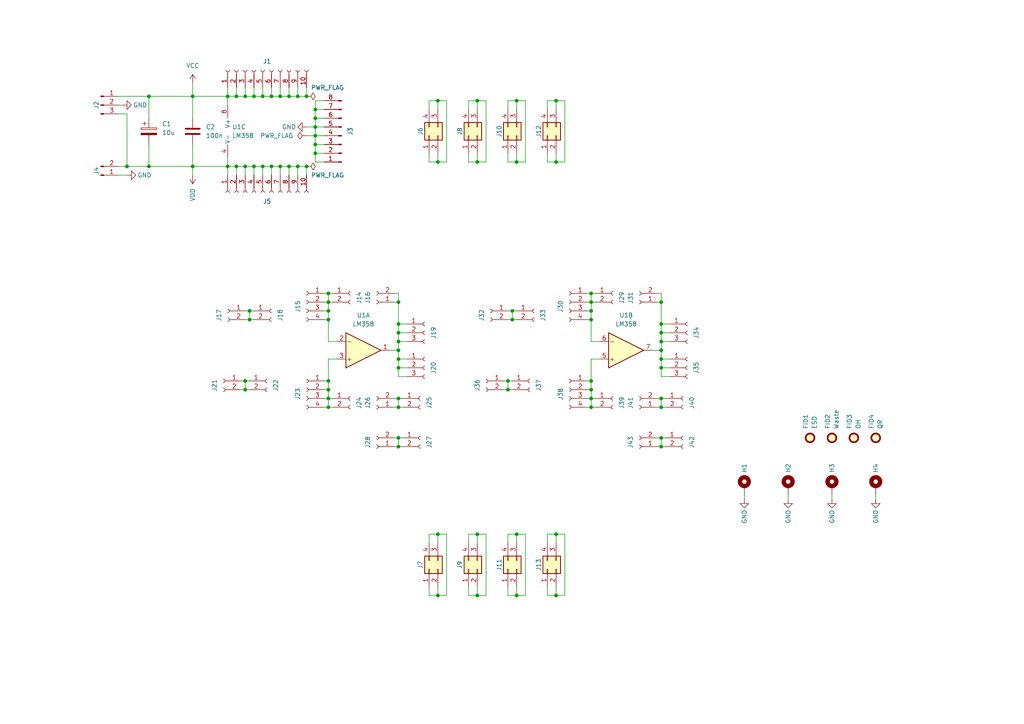
<source format=kicad_sch>
(kicad_sch (version 20230121) (generator eeschema)
  (paper "A4")
  (title_block (title "${acronym} - ${title}") (date "${date}") (rev "${revision}") (company "${company}") (comment 1 "${creator}") (comment 2 "${license}"))
  (lib_symbols
    (symbol "Amplifier_Operational:LM358" (pin_names (offset 0.127))
      (property "Reference" "U" (at 0 5.08 0))
      (property "Value" "LM358" (at 0 -5.08 0))
      (symbol "LM358_1_1"
        (polyline (pts (xy -5.08 5.08) (xy 5.08 0) (xy -5.08 -5.08) (xy -5.08 5.08)) (stroke (width 0.254)) (fill (type background)))
        (pin output line (at 7.62 0 180) (length 2.54) (name "~") (number "1"))
        (pin input line (at -7.62 -2.54 0) (length 2.54) (name "-") (number "2"))
        (pin input line (at -7.62 2.54 0) (length 2.54) (name "+") (number "3"))
      )
      (symbol "LM358_2_1"
        (polyline (pts (xy -5.08 5.08) (xy 5.08 0) (xy -5.08 -5.08) (xy -5.08 5.08)) (stroke (width 0.254)) (fill (type background)))
        (pin input line (at -7.62 2.54 0) (length 2.54) (name "+") (number "5"))
        (pin input line (at -7.62 -2.54 0) (length 2.54) (name "-") (number "6"))
        (pin output line (at 7.62 0 180) (length 2.54) (name "~") (number "7"))
      )
      (symbol "LM358_3_1"
        (pin power_in line (at -2.54 -7.62 90) (length 3.81) (name "V-") (number "4"))
        (pin power_in line (at -2.54 7.62 270) (length 3.81) (name "V+") (number "8"))
      )
    )
    (symbol "Connector:Conn_01x02_Pin" (pin_names (offset 1.016) hide)
      (property "Reference" "J" (at 0 2.54 0))
      (property "Value" "Conn_01x02_Pin" (at 0 -5.08 0))
      (symbol "Conn_01x02_Pin_1_1"
        (polyline (pts (xy 1.27 -2.54) (xy 0.8636 -2.54)) (stroke (width 0.1524)))
        (polyline (pts (xy 1.27 0) (xy 0.8636 0)) (stroke (width 0.1524)))
        (rectangle (start 0.8636 -2.413) (end 0 -2.667) (stroke (width 0.1524)) (fill (type outline)))
        (rectangle (start 0.8636 0.127) (end 0 -0.127) (stroke (width 0.1524)) (fill (type outline)))
        (pin passive line (at 5.08 0 180) (length 3.81) (name "Pin_1") (number "1"))
        (pin passive line (at 5.08 -2.54 180) (length 3.81) (name "Pin_2") (number "2"))
      )
    )
    (symbol "Connector:Conn_01x02_Socket" (pin_names (offset 1.016) hide)
      (property "Reference" "J" (at 0 2.54 0))
      (property "Value" "Conn_01x02_Socket" (at 0 -5.08 0))
      (symbol "Conn_01x02_Socket_1_1"
        (arc (start 0 -2.032) (mid -0.5058 -2.54) (end 0 -3.048) (stroke (width 0.1524)))
        (polyline (pts (xy -1.27 -2.54) (xy -0.508 -2.54)) (stroke (width 0.1524)))
        (polyline (pts (xy -1.27 0) (xy -0.508 0)) (stroke (width 0.1524)))
        (arc (start 0 0.508) (mid -0.5058 0) (end 0 -0.508) (stroke (width 0.1524)))
        (pin passive line (at -5.08 0 0) (length 3.81) (name "Pin_1") (number "1"))
        (pin passive line (at -5.08 -2.54 0) (length 3.81) (name "Pin_2") (number "2"))
      )
    )
    (symbol "Connector:Conn_01x03_Pin" (pin_names (offset 1.016) hide)
      (property "Reference" "J" (at 0 5.08 0))
      (property "Value" "Conn_01x03_Pin" (at 0 -5.08 0))
      (symbol "Conn_01x03_Pin_1_1"
        (polyline (pts (xy 1.27 -2.54) (xy 0.8636 -2.54)) (stroke (width 0.1524)))
        (polyline (pts (xy 1.27 0) (xy 0.8636 0)) (stroke (width 0.1524)))
        (polyline (pts (xy 1.27 2.54) (xy 0.8636 2.54)) (stroke (width 0.1524)))
        (rectangle (start 0.8636 -2.413) (end 0 -2.667) (stroke (width 0.1524)) (fill (type outline)))
        (rectangle (start 0.8636 0.127) (end 0 -0.127) (stroke (width 0.1524)) (fill (type outline)))
        (rectangle (start 0.8636 2.667) (end 0 2.413) (stroke (width 0.1524)) (fill (type outline)))
        (pin passive line (at 5.08 2.54 180) (length 3.81) (name "Pin_1") (number "1"))
        (pin passive line (at 5.08 0 180) (length 3.81) (name "Pin_2") (number "2"))
        (pin passive line (at 5.08 -2.54 180) (length 3.81) (name "Pin_3") (number "3"))
      )
    )
    (symbol "Connector:Conn_01x03_Socket" (pin_names (offset 1.016) hide)
      (property "Reference" "J" (at 0 5.08 0))
      (property "Value" "Conn_01x03_Socket" (at 0 -5.08 0))
      (symbol "Conn_01x03_Socket_1_1"
        (arc (start 0 -2.032) (mid -0.5058 -2.54) (end 0 -3.048) (stroke (width 0.1524)))
        (polyline (pts (xy -1.27 -2.54) (xy -0.508 -2.54)) (stroke (width 0.1524)))
        (polyline (pts (xy -1.27 0) (xy -0.508 0)) (stroke (width 0.1524)))
        (polyline (pts (xy -1.27 2.54) (xy -0.508 2.54)) (stroke (width 0.1524)))
        (arc (start 0 0.508) (mid -0.5058 0) (end 0 -0.508) (stroke (width 0.1524)))
        (arc (start 0 3.048) (mid -0.5058 2.54) (end 0 2.032) (stroke (width 0.1524)))
        (pin passive line (at -5.08 2.54 0) (length 3.81) (name "Pin_1") (number "1"))
        (pin passive line (at -5.08 0 0) (length 3.81) (name "Pin_2") (number "2"))
        (pin passive line (at -5.08 -2.54 0) (length 3.81) (name "Pin_3") (number "3"))
      )
    )
    (symbol "Connector:Conn_01x04_Socket" (pin_names (offset 1.016) hide)
      (property "Reference" "J" (at 0 5.08 0))
      (property "Value" "Conn_01x04_Socket" (at 0 -7.62 0))
      (symbol "Conn_01x04_Socket_1_1"
        (arc (start 0 -4.572) (mid -0.5058 -5.08) (end 0 -5.588) (stroke (width 0.1524)))
        (arc (start 0 -2.032) (mid -0.5058 -2.54) (end 0 -3.048) (stroke (width 0.1524)))
        (polyline (pts (xy -1.27 -5.08) (xy -0.508 -5.08)) (stroke (width 0.1524)))
        (polyline (pts (xy -1.27 -2.54) (xy -0.508 -2.54)) (stroke (width 0.1524)))
        (polyline (pts (xy -1.27 0) (xy -0.508 0)) (stroke (width 0.1524)))
        (polyline (pts (xy -1.27 2.54) (xy -0.508 2.54)) (stroke (width 0.1524)))
        (arc (start 0 0.508) (mid -0.5058 0) (end 0 -0.508) (stroke (width 0.1524)))
        (arc (start 0 3.048) (mid -0.5058 2.54) (end 0 2.032) (stroke (width 0.1524)))
        (pin passive line (at -5.08 2.54 0) (length 3.81) (name "Pin_1") (number "1"))
        (pin passive line (at -5.08 0 0) (length 3.81) (name "Pin_2") (number "2"))
        (pin passive line (at -5.08 -2.54 0) (length 3.81) (name "Pin_3") (number "3"))
        (pin passive line (at -5.08 -5.08 0) (length 3.81) (name "Pin_4") (number "4"))
      )
    )
    (symbol "Connector:Conn_01x08_Pin" (pin_names (offset 1.016) hide)
      (property "Reference" "J" (at 0 10.16 0))
      (property "Value" "Conn_01x08_Pin" (at 0 -12.7 0))
      (symbol "Conn_01x08_Pin_1_1"
        (polyline (pts (xy 1.27 -10.16) (xy 0.8636 -10.16)) (stroke (width 0.1524)))
        (polyline (pts (xy 1.27 -7.62) (xy 0.8636 -7.62)) (stroke (width 0.1524)))
        (polyline (pts (xy 1.27 -5.08) (xy 0.8636 -5.08)) (stroke (width 0.1524)))
        (polyline (pts (xy 1.27 -2.54) (xy 0.8636 -2.54)) (stroke (width 0.1524)))
        (polyline (pts (xy 1.27 0) (xy 0.8636 0)) (stroke (width 0.1524)))
        (polyline (pts (xy 1.27 2.54) (xy 0.8636 2.54)) (stroke (width 0.1524)))
        (polyline (pts (xy 1.27 5.08) (xy 0.8636 5.08)) (stroke (width 0.1524)))
        (polyline (pts (xy 1.27 7.62) (xy 0.8636 7.62)) (stroke (width 0.1524)))
        (rectangle (start 0.8636 -10.033) (end 0 -10.287) (stroke (width 0.1524)) (fill (type outline)))
        (rectangle (start 0.8636 -7.493) (end 0 -7.747) (stroke (width 0.1524)) (fill (type outline)))
        (rectangle (start 0.8636 -4.953) (end 0 -5.207) (stroke (width 0.1524)) (fill (type outline)))
        (rectangle (start 0.8636 -2.413) (end 0 -2.667) (stroke (width 0.1524)) (fill (type outline)))
        (rectangle (start 0.8636 0.127) (end 0 -0.127) (stroke (width 0.1524)) (fill (type outline)))
        (rectangle (start 0.8636 2.667) (end 0 2.413) (stroke (width 0.1524)) (fill (type outline)))
        (rectangle (start 0.8636 5.207) (end 0 4.953) (stroke (width 0.1524)) (fill (type outline)))
        (rectangle (start 0.8636 7.747) (end 0 7.493) (stroke (width 0.1524)) (fill (type outline)))
        (pin passive line (at 5.08 7.62 180) (length 3.81) (name "Pin_1") (number "1"))
        (pin passive line (at 5.08 5.08 180) (length 3.81) (name "Pin_2") (number "2"))
        (pin passive line (at 5.08 2.54 180) (length 3.81) (name "Pin_3") (number "3"))
        (pin passive line (at 5.08 0 180) (length 3.81) (name "Pin_4") (number "4"))
        (pin passive line (at 5.08 -2.54 180) (length 3.81) (name "Pin_5") (number "5"))
        (pin passive line (at 5.08 -5.08 180) (length 3.81) (name "Pin_6") (number "6"))
        (pin passive line (at 5.08 -7.62 180) (length 3.81) (name "Pin_7") (number "7"))
        (pin passive line (at 5.08 -10.16 180) (length 3.81) (name "Pin_8") (number "8"))
      )
    )
    (symbol "Connector:Conn_01x10_Socket" (pin_names (offset 1.016) hide)
      (property "Reference" "J" (at 0 12.7 0))
      (property "Value" "Conn_01x10_Socket" (at 0 -15.24 0))
      (symbol "Conn_01x10_Socket_1_1"
        (arc (start 0 -12.192) (mid -0.5058 -12.7) (end 0 -13.208) (stroke (width 0.1524)))
        (arc (start 0 -9.652) (mid -0.5058 -10.16) (end 0 -10.668) (stroke (width 0.1524)))
        (arc (start 0 -7.112) (mid -0.5058 -7.62) (end 0 -8.128) (stroke (width 0.1524)))
        (arc (start 0 -4.572) (mid -0.5058 -5.08) (end 0 -5.588) (stroke (width 0.1524)))
        (arc (start 0 -2.032) (mid -0.5058 -2.54) (end 0 -3.048) (stroke (width 0.1524)))
        (polyline (pts (xy -1.27 -12.7) (xy -0.508 -12.7)) (stroke (width 0.1524)))
        (polyline (pts (xy -1.27 -10.16) (xy -0.508 -10.16)) (stroke (width 0.1524)))
        (polyline (pts (xy -1.27 -7.62) (xy -0.508 -7.62)) (stroke (width 0.1524)))
        (polyline (pts (xy -1.27 -5.08) (xy -0.508 -5.08)) (stroke (width 0.1524)))
        (polyline (pts (xy -1.27 -2.54) (xy -0.508 -2.54)) (stroke (width 0.1524)))
        (polyline (pts (xy -1.27 0) (xy -0.508 0)) (stroke (width 0.1524)))
        (polyline (pts (xy -1.27 2.54) (xy -0.508 2.54)) (stroke (width 0.1524)))
        (polyline (pts (xy -1.27 5.08) (xy -0.508 5.08)) (stroke (width 0.1524)))
        (polyline (pts (xy -1.27 7.62) (xy -0.508 7.62)) (stroke (width 0.1524)))
        (polyline (pts (xy -1.27 10.16) (xy -0.508 10.16)) (stroke (width 0.1524)))
        (arc (start 0 0.508) (mid -0.5058 0) (end 0 -0.508) (stroke (width 0.1524)))
        (arc (start 0 3.048) (mid -0.5058 2.54) (end 0 2.032) (stroke (width 0.1524)))
        (arc (start 0 5.588) (mid -0.5058 5.08) (end 0 4.572) (stroke (width 0.1524)))
        (arc (start 0 8.128) (mid -0.5058 7.62) (end 0 7.112) (stroke (width 0.1524)))
        (arc (start 0 10.668) (mid -0.5058 10.16) (end 0 9.652) (stroke (width 0.1524)))
        (pin passive line (at -5.08 10.16 0) (length 3.81) (name "Pin_1") (number "1"))
        (pin passive line (at -5.08 -12.7 0) (length 3.81) (name "Pin_10") (number "10"))
        (pin passive line (at -5.08 7.62 0) (length 3.81) (name "Pin_2") (number "2"))
        (pin passive line (at -5.08 5.08 0) (length 3.81) (name "Pin_3") (number "3"))
        (pin passive line (at -5.08 2.54 0) (length 3.81) (name "Pin_4") (number "4"))
        (pin passive line (at -5.08 0 0) (length 3.81) (name "Pin_5") (number "5"))
        (pin passive line (at -5.08 -2.54 0) (length 3.81) (name "Pin_6") (number "6"))
        (pin passive line (at -5.08 -5.08 0) (length 3.81) (name "Pin_7") (number "7"))
        (pin passive line (at -5.08 -7.62 0) (length 3.81) (name "Pin_8") (number "8"))
        (pin passive line (at -5.08 -10.16 0) (length 3.81) (name "Pin_9") (number "9"))
      )
    )
    (symbol "Connector_Generic:Conn_02x02_Counter_Clockwise" (pin_names (offset 1.016) hide)
      (property "Reference" "J" (at 1.27 2.54 0))
      (property "Value" "Conn_02x02_Counter_Clockwise" (at 1.27 -5.08 0))
      (symbol "Conn_02x02_Counter_Clockwise_1_1"
        (rectangle (start -1.27 -2.413) (end 0 -2.667) (stroke (width 0.1524)))
        (rectangle (start -1.27 0.127) (end 0 -0.127) (stroke (width 0.1524)))
        (rectangle (start -1.27 1.27) (end 3.81 -3.81) (stroke (width 0.254)) (fill (type background)))
        (rectangle (start 3.81 -2.413) (end 2.54 -2.667) (stroke (width 0.1524)))
        (rectangle (start 3.81 0.127) (end 2.54 -0.127) (stroke (width 0.1524)))
        (pin passive line (at -5.08 0 0) (length 3.81) (name "Pin_1") (number "1"))
        (pin passive line (at -5.08 -2.54 0) (length 3.81) (name "Pin_2") (number "2"))
        (pin passive line (at 7.62 -2.54 180) (length 3.81) (name "Pin_3") (number "3"))
        (pin passive line (at 7.62 0 180) (length 3.81) (name "Pin_4") (number "4"))
      )
    )
    (symbol "Device:C" (pin_numbers hide) (pin_names (offset 0.254))
      (property "Reference" "C" (at 0.635 2.54 0))
      (property "Value" "C" (at 0.635 -2.54 0))
      (symbol "C_0_1"
        (polyline (pts (xy -2.032 -0.762) (xy 2.032 -0.762)) (stroke (width 0.508)))
        (polyline (pts (xy -2.032 0.762) (xy 2.032 0.762)) (stroke (width 0.508)))
      )
      (symbol "C_1_1"
        (pin passive line (at 0 3.81 270) (length 2.794) (name "~") (number "1"))
        (pin passive line (at 0 -3.81 90) (length 2.794) (name "~") (number "2"))
      )
    )
    (symbol "Device:C_Polarized" (pin_numbers hide) (pin_names (offset 0.254))
      (property "Reference" "C" (at 0.635 2.54 0))
      (property "Value" "C_Polarized" (at 0.635 -2.54 0))
      (symbol "C_Polarized_0_1"
        (rectangle (start -2.286 0.508) (end 2.286 1.016))
        (polyline (pts (xy -1.778 2.286) (xy -0.762 2.286)))
        (polyline (pts (xy -1.27 2.794) (xy -1.27 1.778)))
        (rectangle (start 2.286 -0.508) (end -2.286 -1.016) (fill (type outline)))
      )
      (symbol "C_Polarized_1_1"
        (pin passive line (at 0 3.81 270) (length 2.794) (name "~") (number "1"))
        (pin passive line (at 0 -3.81 90) (length 2.794) (name "~") (number "2"))
      )
    )
    (symbol "Mechanical:Fiducial"
      (property "Reference" "FID" (at 0 5.08 0))
      (property "Value" "Fiducial" (at 0 3.175 0))
      (symbol "Fiducial_0_1"
        (circle (center 0 0) (radius 1.27) (stroke (width 0.508)) (fill (type background)))
      )
    )
    (symbol "Mechanical:MountingHole_Pad" (pin_numbers hide) (pin_names (offset 1.016) hide)
      (property "Reference" "H" (at 0 6.35 0))
      (property "Value" "MountingHole_Pad" (at 0 4.445 0))
      (symbol "MountingHole_Pad_0_1"
        (circle (center 0 1.27) (radius 1.27) (stroke (width 1.27)))
      )
      (symbol "MountingHole_Pad_1_1"
        (pin input line (at 0 -2.54 90) (length 2.54) (name "1") (number "1"))
      )
    )
    (symbol "power:GND" (power) (pin_names (offset 0))
      (property "Value" "GND" (at 0 -3.81 0))
      (symbol "GND_0_1"
        (polyline (pts (xy 0 0) (xy 0 -1.27) (xy 1.27 -1.27) (xy 0 -2.54) (xy -1.27 -1.27) (xy 0 -1.27)))
      )
      (symbol "GND_1_1"
        (pin power_in line (at 0 0 270) (length 0) hide (name "GND") (number "1"))
      )
    )
    (symbol "power:PWR_FLAG" (power) (pin_numbers hide) (pin_names (offset 0) hide)
      (property "Value" "PWR_FLAG" (at 0 3.81 0))
      (symbol "PWR_FLAG_0_0"
        (pin power_out line (at 0 0 90) (length 0) (name "pwr") (number "1"))
      )
      (symbol "PWR_FLAG_0_1"
        (polyline (pts (xy 0 0) (xy 0 1.27) (xy -1.016 1.905) (xy 0 2.54) (xy 1.016 1.905) (xy 0 1.27)))
      )
    )
    (symbol "power:VCC" (power) (pin_names (offset 0))
      (property "Value" "VCC" (at 0 3.81 0))
      (symbol "VCC_0_1"
        (polyline (pts (xy -0.762 1.27) (xy 0 2.54)))
        (polyline (pts (xy 0 0) (xy 0 2.54)))
        (polyline (pts (xy 0 2.54) (xy 0.762 1.27)))
      )
      (symbol "VCC_1_1"
        (pin power_in line (at 0 0 90) (length 0) hide (name "VCC") (number "1"))
      )
    )
    (symbol "power:VDD" (power) (pin_names (offset 0))
      (property "Value" "VDD" (at 0 3.81 0))
      (symbol "VDD_0_1"
        (polyline (pts (xy -0.762 1.27) (xy 0 2.54)))
        (polyline (pts (xy 0 0) (xy 0 2.54)))
        (polyline (pts (xy 0 2.54) (xy 0.762 1.27)))
      )
      (symbol "VDD_1_1"
        (pin power_in line (at 0 0 90) (length 0) hide (name "VDD") (number "1"))
      )
    )
  )
  (junction (at 115.57 104.14))
  (junction (at 81.28 48.26))
  (junction (at 88.9 48.26))
  (junction (at 127 154.94))
  (junction (at 78.74 48.26))
  (junction (at 91.44 31.75))
  (junction (at 148.59 92.71))
  (junction (at 83.82 48.26))
  (junction (at 191.77 129.54))
  (junction (at 171.45 85.09))
  (junction (at 171.45 113.03))
  (junction (at 83.82 27.94))
  (junction (at 71.12 110.49))
  (junction (at 171.45 90.17))
  (junction (at 115.57 101.6))
  (junction (at 43.18 27.94))
  (junction (at 55.88 27.94))
  (junction (at 191.77 115.57))
  (junction (at 115.57 99.06))
  (junction (at 115.57 115.57))
  (junction (at 71.12 27.94))
  (junction (at 138.43 46.99))
  (junction (at 161.29 154.94))
  (junction (at 191.77 106.68))
  (junction (at 171.45 115.57))
  (junction (at 127 46.99))
  (junction (at 149.86 172.72))
  (junction (at 68.58 48.26))
  (junction (at 91.44 36.83))
  (junction (at 115.57 87.63))
  (junction (at 171.45 87.63))
  (junction (at 43.18 48.26))
  (junction (at 149.86 29.21))
  (junction (at 66.04 48.26))
  (junction (at 127 172.72))
  (junction (at 191.77 93.98))
  (junction (at 71.12 113.03))
  (junction (at 149.86 46.99))
  (junction (at 86.36 27.94))
  (junction (at 191.77 127))
  (junction (at 138.43 172.72))
  (junction (at 95.25 115.57))
  (junction (at 76.2 48.26))
  (junction (at 147.32 113.03))
  (junction (at 115.57 93.98))
  (junction (at 72.39 92.71))
  (junction (at 95.25 118.11))
  (junction (at 91.44 39.37))
  (junction (at 171.45 110.49))
  (junction (at 95.25 87.63))
  (junction (at 88.9 27.94))
  (junction (at 171.45 92.71))
  (junction (at 115.57 127))
  (junction (at 36.83 48.26))
  (junction (at 91.44 44.45))
  (junction (at 191.77 99.06))
  (junction (at 81.28 27.94))
  (junction (at 95.25 113.03))
  (junction (at 191.77 101.6))
  (junction (at 161.29 46.99))
  (junction (at 148.59 90.17))
  (junction (at 115.57 96.52))
  (junction (at 191.77 87.63))
  (junction (at 91.44 34.29))
  (junction (at 115.57 106.68))
  (junction (at 161.29 172.72))
  (junction (at 95.25 110.49))
  (junction (at 95.25 85.09))
  (junction (at 73.66 48.26))
  (junction (at 127 29.21))
  (junction (at 95.25 90.17))
  (junction (at 76.2 27.94))
  (junction (at 115.57 118.11))
  (junction (at 71.12 48.26))
  (junction (at 115.57 129.54))
  (junction (at 147.32 110.49))
  (junction (at 55.88 48.26))
  (junction (at 68.58 27.94))
  (junction (at 78.74 27.94))
  (junction (at 72.39 90.17))
  (junction (at 191.77 118.11))
  (junction (at 91.44 41.91))
  (junction (at 138.43 154.94))
  (junction (at 149.86 154.94))
  (junction (at 73.66 27.94))
  (junction (at 171.45 118.11))
  (junction (at 161.29 29.21))
  (junction (at 191.77 96.52))
  (junction (at 66.04 27.94))
  (junction (at 95.25 92.71))
  (junction (at 191.77 104.14))
  (junction (at 86.36 48.26))
  (junction (at 138.43 29.21))
  (wire (pts (xy 170.18 118.11) (xy 171.45 118.11)))
  (wire (pts (xy 93.98 115.57) (xy 95.25 115.57)))
  (wire (pts (xy 191.77 106.68) (xy 191.77 109.22)))
  (wire (pts (xy 158.75 46.99) (xy 158.75 44.45)))
  (wire (pts (xy 115.57 96.52) (xy 118.11 96.52)))
  (wire (pts (xy 71.12 110.49) (xy 71.12 113.03)))
  (wire (pts (xy 115.57 99.06) (xy 115.57 101.6)))
  (wire (pts (xy 95.25 85.09) (xy 96.52 85.09)))
  (wire (pts (xy 66.04 48.26) (xy 55.88 48.26)))
  (wire (pts (xy 191.77 99.06) (xy 191.77 101.6)))
  (wire (pts (xy 91.44 34.29) (xy 93.98 34.29)))
  (wire (pts (xy 135.89 157.48) (xy 135.89 154.94)))
  (wire (pts (xy 115.57 104.14) (xy 118.11 104.14)))
  (wire (pts (xy 171.45 118.11) (xy 172.72 118.11)))
  (wire (pts (xy 95.25 90.17) (xy 95.25 92.71)))
  (wire (pts (xy 66.04 27.94) (xy 68.58 27.94)))
  (wire (pts (xy 124.46 29.21) (xy 127 29.21)))
  (wire (pts (xy 93.98 110.49) (xy 95.25 110.49)))
  (wire (pts (xy 170.18 110.49) (xy 171.45 110.49)))
  (wire (pts (xy 55.88 24.13) (xy 55.88 27.94)))
  (wire (pts (xy 241.3 144.78) (xy 241.3 143.51)))
  (wire (pts (xy 93.98 85.09) (xy 95.25 85.09)))
  (wire (pts (xy 161.29 31.75) (xy 161.29 29.21)))
  (wire (pts (xy 191.77 99.06) (xy 194.31 99.06)))
  (wire (pts (xy 95.25 110.49) (xy 95.25 113.03)))
  (wire (pts (xy 147.32 172.72) (xy 147.32 170.18)))
  (wire (pts (xy 127 46.99) (xy 129.54 46.99)))
  (wire (pts (xy 71.12 113.03) (xy 72.39 113.03)))
  (wire (pts (xy 129.54 172.72) (xy 129.54 154.94)))
  (wire (pts (xy 86.36 25.4) (xy 86.36 27.94)))
  (wire (pts (xy 190.5 127) (xy 191.77 127)))
  (wire (pts (xy 161.29 46.99) (xy 163.83 46.99)))
  (wire (pts (xy 72.39 92.71) (xy 73.66 92.71)))
  (wire (pts (xy 91.44 31.75) (xy 91.44 29.21)))
  (wire (pts (xy 73.66 27.94) (xy 76.2 27.94)))
  (wire (pts (xy 34.29 48.26) (xy 36.83 48.26)))
  (wire (pts (xy 88.9 25.4) (xy 88.9 27.94)))
  (wire (pts (xy 95.25 85.09) (xy 95.25 87.63)))
  (wire (pts (xy 76.2 25.4) (xy 76.2 27.94)))
  (wire (pts (xy 147.32 92.71) (xy 148.59 92.71)))
  (wire (pts (xy 127 154.94) (xy 129.54 154.94)))
  (wire (pts (xy 72.39 90.17) (xy 73.66 90.17)))
  (wire (pts (xy 71.12 27.94) (xy 73.66 27.94)))
  (wire (pts (xy 171.45 113.03) (xy 171.45 115.57)))
  (wire (pts (xy 149.86 154.94) (xy 152.4 154.94)))
  (wire (pts (xy 140.97 172.72) (xy 140.97 154.94)))
  (wire (pts (xy 66.04 25.4) (xy 66.04 27.94)))
  (wire (pts (xy 114.3 85.09) (xy 115.57 85.09)))
  (wire (pts (xy 95.25 113.03) (xy 95.25 115.57)))
  (wire (pts (xy 148.59 90.17) (xy 149.86 90.17)))
  (wire (pts (xy 171.45 90.17) (xy 171.45 92.71)))
  (wire (pts (xy 115.57 129.54) (xy 115.57 127)))
  (wire (pts (xy 34.29 30.48) (xy 35.56 30.48)))
  (wire (pts (xy 148.59 90.17) (xy 148.59 92.71)))
  (wire (pts (xy 170.18 115.57) (xy 171.45 115.57)))
  (wire (pts (xy 149.86 29.21) (xy 152.4 29.21)))
  (wire (pts (xy 161.29 46.99) (xy 161.29 44.45)))
  (wire (pts (xy 191.77 118.11) (xy 191.77 115.57)))
  (wire (pts (xy 71.12 48.26) (xy 71.12 50.8)))
  (wire (pts (xy 189.23 101.6) (xy 191.77 101.6)))
  (wire (pts (xy 81.28 48.26) (xy 83.82 48.26)))
  (wire (pts (xy 78.74 48.26) (xy 81.28 48.26)))
  (wire (pts (xy 93.98 87.63) (xy 95.25 87.63)))
  (wire (pts (xy 113.03 101.6) (xy 115.57 101.6)))
  (wire (pts (xy 83.82 27.94) (xy 86.36 27.94)))
  (wire (pts (xy 115.57 106.68) (xy 115.57 109.22)))
  (wire (pts (xy 91.44 39.37) (xy 93.98 39.37)))
  (wire (pts (xy 81.28 48.26) (xy 81.28 50.8)))
  (wire (pts (xy 158.75 154.94) (xy 161.29 154.94)))
  (wire (pts (xy 78.74 27.94) (xy 81.28 27.94)))
  (wire (pts (xy 147.32 172.72) (xy 149.86 172.72)))
  (wire (pts (xy 161.29 29.21) (xy 163.83 29.21)))
  (wire (pts (xy 124.46 46.99) (xy 127 46.99)))
  (wire (pts (xy 66.04 45.72) (xy 66.04 48.26)))
  (wire (pts (xy 91.44 31.75) (xy 93.98 31.75)))
  (wire (pts (xy 171.45 115.57) (xy 172.72 115.57)))
  (wire (pts (xy 71.12 110.49) (xy 72.39 110.49)))
  (wire (pts (xy 158.75 157.48) (xy 158.75 154.94)))
  (wire (pts (xy 66.04 48.26) (xy 66.04 50.8)))
  (wire (pts (xy 191.77 96.52) (xy 191.77 99.06)))
  (wire (pts (xy 95.25 115.57) (xy 96.52 115.57)))
  (wire (pts (xy 254 144.78) (xy 254 143.51)))
  (wire (pts (xy 91.44 34.29) (xy 91.44 31.75)))
  (wire (pts (xy 147.32 113.03) (xy 148.59 113.03)))
  (wire (pts (xy 146.05 110.49) (xy 147.32 110.49)))
  (wire (pts (xy 190.5 129.54) (xy 191.77 129.54)))
  (wire (pts (xy 158.75 46.99) (xy 161.29 46.99)))
  (wire (pts (xy 127 29.21) (xy 129.54 29.21)))
  (wire (pts (xy 91.44 44.45) (xy 93.98 44.45)))
  (wire (pts (xy 115.57 85.09) (xy 115.57 87.63)))
  (wire (pts (xy 81.28 25.4) (xy 81.28 27.94)))
  (wire (pts (xy 147.32 110.49) (xy 147.32 113.03)))
  (wire (pts (xy 68.58 48.26) (xy 71.12 48.26)))
  (wire (pts (xy 66.04 27.94) (xy 66.04 30.48)))
  (wire (pts (xy 73.66 25.4) (xy 73.66 27.94)))
  (wire (pts (xy 114.3 127) (xy 115.57 127)))
  (wire (pts (xy 115.57 104.14) (xy 115.57 106.68)))
  (wire (pts (xy 129.54 46.99) (xy 129.54 29.21)))
  (wire (pts (xy 73.66 48.26) (xy 76.2 48.26)))
  (wire (pts (xy 115.57 109.22) (xy 118.11 109.22)))
  (wire (pts (xy 140.97 46.99) (xy 140.97 29.21)))
  (wire (pts (xy 73.66 48.26) (xy 73.66 50.8)))
  (wire (pts (xy 191.77 93.98) (xy 194.31 93.98)))
  (wire (pts (xy 115.57 127) (xy 116.84 127)))
  (wire (pts (xy 135.89 29.21) (xy 138.43 29.21)))
  (wire (pts (xy 161.29 172.72) (xy 163.83 172.72)))
  (wire (pts (xy 91.44 36.83) (xy 91.44 34.29)))
  (wire (pts (xy 147.32 154.94) (xy 149.86 154.94)))
  (wire (pts (xy 68.58 25.4) (xy 68.58 27.94)))
  (wire (pts (xy 163.83 46.99) (xy 163.83 29.21)))
  (wire (pts (xy 163.83 172.72) (xy 163.83 154.94)))
  (wire (pts (xy 71.12 48.26) (xy 73.66 48.26)))
  (wire (pts (xy 190.5 85.09) (xy 191.77 85.09)))
  (wire (pts (xy 135.89 46.99) (xy 138.43 46.99)))
  (wire (pts (xy 191.77 129.54) (xy 193.04 129.54)))
  (wire (pts (xy 138.43 46.99) (xy 140.97 46.99)))
  (wire (pts (xy 115.57 118.11) (xy 116.84 118.11)))
  (wire (pts (xy 138.43 29.21) (xy 140.97 29.21)))
  (wire (pts (xy 68.58 48.26) (xy 68.58 50.8)))
  (wire (pts (xy 86.36 27.94) (xy 88.9 27.94)))
  (wire (pts (xy 124.46 31.75) (xy 124.46 29.21)))
  (wire (pts (xy 147.32 31.75) (xy 147.32 29.21)))
  (wire (pts (xy 190.5 87.63) (xy 191.77 87.63)))
  (wire (pts (xy 191.77 127) (xy 193.04 127)))
  (wire (pts (xy 138.43 154.94) (xy 140.97 154.94)))
  (wire (pts (xy 147.32 157.48) (xy 147.32 154.94)))
  (wire (pts (xy 158.75 172.72) (xy 158.75 170.18)))
  (wire (pts (xy 115.57 87.63) (xy 115.57 93.98)))
  (wire (pts (xy 95.25 92.71) (xy 95.25 99.06)))
  (wire (pts (xy 71.12 92.71) (xy 72.39 92.71)))
  (wire (pts (xy 149.86 172.72) (xy 152.4 172.72)))
  (wire (pts (xy 138.43 31.75) (xy 138.43 29.21)))
  (wire (pts (xy 43.18 41.91) (xy 43.18 48.26)))
  (wire (pts (xy 191.77 115.57) (xy 193.04 115.57)))
  (wire (pts (xy 161.29 172.72) (xy 161.29 170.18)))
  (wire (pts (xy 171.45 85.09) (xy 171.45 87.63)))
  (wire (pts (xy 146.05 113.03) (xy 147.32 113.03)))
  (wire (pts (xy 43.18 27.94) (xy 43.18 34.29)))
  (wire (pts (xy 149.86 157.48) (xy 149.86 154.94)))
  (wire (pts (xy 127 46.99) (xy 127 44.45)))
  (wire (pts (xy 215.9 144.78) (xy 215.9 143.51)))
  (wire (pts (xy 147.32 46.99) (xy 149.86 46.99)))
  (wire (pts (xy 69.85 110.49) (xy 71.12 110.49)))
  (wire (pts (xy 191.77 104.14) (xy 191.77 106.68)))
  (wire (pts (xy 43.18 27.94) (xy 55.88 27.94)))
  (wire (pts (xy 34.29 50.8) (xy 36.83 50.8)))
  (wire (pts (xy 71.12 90.17) (xy 72.39 90.17)))
  (wire (pts (xy 95.25 87.63) (xy 95.25 90.17)))
  (wire (pts (xy 147.32 110.49) (xy 148.59 110.49)))
  (wire (pts (xy 135.89 31.75) (xy 135.89 29.21)))
  (wire (pts (xy 83.82 48.26) (xy 83.82 50.8)))
  (wire (pts (xy 93.98 118.11) (xy 95.25 118.11)))
  (wire (pts (xy 71.12 25.4) (xy 71.12 27.94)))
  (wire (pts (xy 115.57 118.11) (xy 115.57 115.57)))
  (wire (pts (xy 127 172.72) (xy 129.54 172.72)))
  (wire (pts (xy 152.4 46.99) (xy 152.4 29.21)))
  (wire (pts (xy 158.75 31.75) (xy 158.75 29.21)))
  (wire (pts (xy 115.57 96.52) (xy 115.57 99.06)))
  (wire (pts (xy 124.46 46.99) (xy 124.46 44.45)))
  (wire (pts (xy 76.2 48.26) (xy 78.74 48.26)))
  (wire (pts (xy 135.89 172.72) (xy 138.43 172.72)))
  (wire (pts (xy 66.04 27.94) (xy 55.88 27.94)))
  (wire (pts (xy 191.77 104.14) (xy 194.31 104.14)))
  (wire (pts (xy 191.77 85.09) (xy 191.77 87.63)))
  (wire (pts (xy 158.75 29.21) (xy 161.29 29.21)))
  (wire (pts (xy 72.39 90.17) (xy 72.39 92.71)))
  (wire (pts (xy 127 31.75) (xy 127 29.21)))
  (wire (pts (xy 171.45 87.63) (xy 172.72 87.63)))
  (wire (pts (xy 147.32 29.21) (xy 149.86 29.21)))
  (wire (pts (xy 191.77 129.54) (xy 191.77 127)))
  (wire (pts (xy 149.86 46.99) (xy 149.86 44.45)))
  (wire (pts (xy 138.43 172.72) (xy 140.97 172.72)))
  (wire (pts (xy 114.3 129.54) (xy 115.57 129.54)))
  (wire (pts (xy 138.43 157.48) (xy 138.43 154.94)))
  (wire (pts (xy 152.4 172.72) (xy 152.4 154.94)))
  (wire (pts (xy 115.57 115.57) (xy 116.84 115.57)))
  (wire (pts (xy 81.28 27.94) (xy 83.82 27.94)))
  (wire (pts (xy 114.3 115.57) (xy 115.57 115.57)))
  (wire (pts (xy 88.9 36.83) (xy 91.44 36.83)))
  (wire (pts (xy 161.29 157.48) (xy 161.29 154.94)))
  (wire (pts (xy 93.98 92.71) (xy 95.25 92.71)))
  (wire (pts (xy 34.29 33.02) (xy 36.83 33.02)))
  (wire (pts (xy 171.45 110.49) (xy 171.45 113.03)))
  (wire (pts (xy 124.46 157.48) (xy 124.46 154.94)))
  (wire (pts (xy 171.45 92.71) (xy 171.45 99.06)))
  (wire (pts (xy 191.77 93.98) (xy 191.77 96.52)))
  (wire (pts (xy 55.88 41.91) (xy 55.88 48.26)))
  (wire (pts (xy 115.57 106.68) (xy 118.11 106.68)))
  (wire (pts (xy 91.44 39.37) (xy 91.44 36.83)))
  (wire (pts (xy 138.43 46.99) (xy 138.43 44.45)))
  (wire (pts (xy 127 157.48) (xy 127 154.94)))
  (wire (pts (xy 78.74 25.4) (xy 78.74 27.94)))
  (wire (pts (xy 191.77 109.22) (xy 194.31 109.22)))
  (wire (pts (xy 55.88 27.94) (xy 55.88 34.29)))
  (wire (pts (xy 147.32 46.99) (xy 147.32 44.45)))
  (wire (pts (xy 161.29 154.94) (xy 163.83 154.94)))
  (wire (pts (xy 135.89 154.94) (xy 138.43 154.94)))
  (wire (pts (xy 34.29 27.94) (xy 43.18 27.94)))
  (wire (pts (xy 149.86 172.72) (xy 149.86 170.18)))
  (wire (pts (xy 191.77 106.68) (xy 194.31 106.68)))
  (wire (pts (xy 124.46 154.94) (xy 127 154.94)))
  (wire (pts (xy 170.18 90.17) (xy 171.45 90.17)))
  (wire (pts (xy 78.74 48.26) (xy 78.74 50.8)))
  (wire (pts (xy 115.57 93.98) (xy 115.57 96.52)))
  (wire (pts (xy 69.85 113.03) (xy 71.12 113.03)))
  (wire (pts (xy 114.3 118.11) (xy 115.57 118.11)))
  (wire (pts (xy 191.77 101.6) (xy 191.77 104.14)))
  (wire (pts (xy 170.18 85.09) (xy 171.45 85.09)))
  (wire (pts (xy 95.25 99.06) (xy 97.79 99.06)))
  (wire (pts (xy 124.46 172.72) (xy 124.46 170.18)))
  (wire (pts (xy 190.5 118.11) (xy 191.77 118.11)))
  (wire (pts (xy 95.25 118.11) (xy 95.25 115.57)))
  (wire (pts (xy 135.89 46.99) (xy 135.89 44.45)))
  (wire (pts (xy 83.82 25.4) (xy 83.82 27.94)))
  (wire (pts (xy 83.82 48.26) (xy 86.36 48.26)))
  (wire (pts (xy 91.44 36.83) (xy 93.98 36.83)))
  (wire (pts (xy 115.57 93.98) (xy 118.11 93.98)))
  (wire (pts (xy 170.18 87.63) (xy 171.45 87.63)))
  (wire (pts (xy 149.86 31.75) (xy 149.86 29.21)))
  (wire (pts (xy 135.89 172.72) (xy 135.89 170.18)))
  (wire (pts (xy 170.18 92.71) (xy 171.45 92.71)))
  (wire (pts (xy 36.83 33.02) (xy 36.83 48.26)))
  (wire (pts (xy 95.25 87.63) (xy 96.52 87.63)))
  (wire (pts (xy 190.5 115.57) (xy 191.77 115.57)))
  (wire (pts (xy 158.75 172.72) (xy 161.29 172.72)))
  (wire (pts (xy 191.77 87.63) (xy 191.77 93.98)))
  (wire (pts (xy 171.45 99.06) (xy 173.99 99.06)))
  (wire (pts (xy 115.57 101.6) (xy 115.57 104.14)))
  (wire (pts (xy 138.43 172.72) (xy 138.43 170.18)))
  (wire (pts (xy 93.98 90.17) (xy 95.25 90.17)))
  (wire (pts (xy 91.44 46.99) (xy 91.44 44.45)))
  (wire (pts (xy 86.36 48.26) (xy 86.36 50.8)))
  (wire (pts (xy 43.18 48.26) (xy 55.88 48.26)))
  (wire (pts (xy 171.45 104.14) (xy 171.45 110.49)))
  (wire (pts (xy 124.46 172.72) (xy 127 172.72)))
  (wire (pts (xy 91.44 44.45) (xy 91.44 41.91)))
  (wire (pts (xy 86.36 48.26) (xy 88.9 48.26)))
  (wire (pts (xy 93.98 113.03) (xy 95.25 113.03)))
  (wire (pts (xy 149.86 46.99) (xy 152.4 46.99)))
  (wire (pts (xy 66.04 48.26) (xy 68.58 48.26)))
  (wire (pts (xy 191.77 96.52) (xy 194.31 96.52)))
  (wire (pts (xy 91.44 41.91) (xy 91.44 39.37)))
  (wire (pts (xy 88.9 39.37) (xy 91.44 39.37)))
  (wire (pts (xy 68.58 27.94) (xy 71.12 27.94)))
  (wire (pts (xy 36.83 48.26) (xy 43.18 48.26)))
  (wire (pts (xy 170.18 113.03) (xy 171.45 113.03)))
  (wire (pts (xy 76.2 27.94) (xy 78.74 27.94)))
  (wire (pts (xy 95.25 104.14) (xy 97.79 104.14)))
  (wire (pts (xy 115.57 129.54) (xy 116.84 129.54)))
  (wire (pts (xy 76.2 48.26) (xy 76.2 50.8)))
  (wire (pts (xy 88.9 48.26) (xy 88.9 50.8)))
  (wire (pts (xy 91.44 46.99) (xy 93.98 46.99)))
  (wire (pts (xy 171.45 104.14) (xy 173.99 104.14)))
  (wire (pts (xy 95.25 104.14) (xy 95.25 110.49)))
  (wire (pts (xy 115.57 99.06) (xy 118.11 99.06)))
  (wire (pts (xy 55.88 48.26) (xy 55.88 50.8)))
  (wire (pts (xy 148.59 92.71) (xy 149.86 92.71)))
  (wire (pts (xy 114.3 87.63) (xy 115.57 87.63)))
  (wire (pts (xy 127 172.72) (xy 127 170.18)))
  (wire (pts (xy 91.44 41.91) (xy 93.98 41.91)))
  (wire (pts (xy 95.25 118.11) (xy 96.52 118.11)))
  (wire (pts (xy 228.6 144.78) (xy 228.6 143.51)))
  (wire (pts (xy 171.45 118.11) (xy 171.45 115.57)))
  (wire (pts (xy 147.32 90.17) (xy 148.59 90.17)))
  (wire (pts (xy 191.77 118.11) (xy 193.04 118.11)))
  (wire (pts (xy 171.45 87.63) (xy 171.45 90.17)))
  (wire (pts (xy 91.44 29.21) (xy 93.98 29.21)))
  (wire (pts (xy 171.45 85.09) (xy 172.72 85.09)))
  (symbol (lib_id "power:GND") (at 254 144.78 0) (mirror y) (unit 1)
    (property "Reference" "#PWR09" (effects hide))
    (property "Value" "GND" (at 254 149.86 90))
  )
  (symbol (lib_id "Connector:Conn_01x02_Socket") (at 109.22 87.63 180) (unit 1)
    (property "Reference" "J16" (at 106.68 86.36 90))
    (property "Value" "Conn_01x02_Socket" (effects hide))
    (property "Footprint" "Connector_PinSocket_2.54mm:PinSocket_1x02_P2.54mm_Vertical" (effects hide))
    (property "Vendor" "DigiKey" (effects hide))
    (property "VendorId" "2057-RS1-02-G-ND" (effects hide))
  )
  (symbol (lib_id "Connector:Conn_01x02_Socket") (at 142.24 90.17 0) (mirror y) (unit 1)
    (property "Reference" "J32" (at 139.7 91.44 90))
    (property "Value" "Conn_01x02_Socket" (effects hide))
    (property "Footprint" "Connector_PinSocket_2.54mm:PinSocket_1x02_P2.54mm_Vertical" (effects hide))
    (property "Vendor" "DigiKey" (effects hide))
    (property "VendorId" "2057-RS1-02-G-ND" (effects hide))
  )
  (symbol (lib_id "Connector:Conn_01x02_Socket") (at 185.42 87.63 180) (unit 1)
    (property "Reference" "J31" (at 182.88 86.36 90))
    (property "Value" "Conn_01x02_Socket" (effects hide))
    (property "Footprint" "Connector_PinSocket_2.54mm:PinSocket_1x02_P2.54mm_Vertical" (effects hide))
    (property "Vendor" "DigiKey" (effects hide))
    (property "VendorId" "2057-RS1-02-G-ND" (effects hide))
  )
  (symbol (lib_id "Connector_Generic:Conn_02x02_Counter_Clockwise") (at 135.89 165.1 90) (unit 1)
    (property "Reference" "J9" (at 133.35 163.83 0))
    (property "Value" "Conn_02x02_Counter_Clockwise" (effects hide))
    (property "Footprint" "Connector_PinSocket_2.54mm:PinSocket_2x02_P2.54mm_Vertical" (effects hide))
    (property "Vendor" "DigiKey" (effects hide))
    (property "VendorId" "2057-RS2-04-G-ND" (effects hide))
  )
  (symbol (lib_id "Connector:Conn_01x02_Socket") (at 198.12 127 0) (unit 1)
    (property "Reference" "J42" (at 200.66 128.27 90))
    (property "Value" "Conn_01x02_Socket" (effects hide))
    (property "Footprint" "Connector_PinSocket_2.54mm:PinSocket_1x02_P2.54mm_Vertical" (effects hide))
    (property "Vendor" "DigiKey" (effects hide))
    (property "VendorId" "2057-RS1-02-G-ND" (effects hide))
  )
  (symbol (lib_id "Connector:Conn_01x08_Pin") (at 99.06 39.37 180) (unit 1)
    (property "Reference" "J3" (at 101.6 38.1 90))
    (property "Value" "Conn_01x08_Pin" (effects hide))
    (property "Footprint" "Connector_PinHeader_2.54mm:PinHeader_1x08_P2.54mm_Vertical" (effects hide))
    (property "Vendor" "HTL" (effects hide))
    (property "VendorId" "101521" (effects hide))
  )
  (symbol (lib_id "Connector:Conn_01x02_Socket") (at 177.8 115.57 0) (unit 1)
    (property "Reference" "J39" (at 180.34 116.84 90))
    (property "Value" "Conn_01x02_Socket" (effects hide))
    (property "Footprint" "Connector_PinSocket_2.54mm:PinSocket_1x02_P2.54mm_Vertical" (effects hide))
    (property "Vendor" "DigiKey" (effects hide))
    (property "VendorId" "2057-RS1-02-G-ND" (effects hide))
  )
  (symbol (lib_id "power:VCC") (at 55.88 24.13 0) (mirror y) (unit 1)
    (property "Reference" "#PWR01" (effects hide))
    (property "Value" "VCC" (at 55.88 19.05 0))
  )
  (symbol (lib_id "Mechanical:MountingHole_Pad") (at 241.3 140.97 0) (unit 1)
    (property "Reference" "H3" (at 241.3 137.16 90) (effects (justify left)))
    (property "Value" "MountingHole_Pad" (effects hide))
    (property "Footprint" "MountingHole:MountingHole_3.2mm_M3_Pad" (effects hide))
    (property "Vendor" "HTL" (effects hide))
    (property "VendorId" "101018, 101382" (effects hide))
  )
  (symbol (lib_id "Mechanical:Fiducial") (at 254 127 270) (mirror x) (unit 1)
    (property "Reference" "FID4" (at 252.73 124.46 0) (effects (justify left)))
    (property "Value" "QR" (at 255.27 124.46 0) (effects (justify left)))
    (property "Footprint" "Images:QR_0x007e" (effects hide))
  )
  (symbol (lib_id "power:GND") (at 215.9 144.78 0) (mirror y) (unit 1)
    (property "Reference" "#PWR06" (effects hide))
    (property "Value" "GND" (at 215.9 149.86 90))
  )
  (symbol (lib_id "Connector_Generic:Conn_02x02_Counter_Clockwise") (at 147.32 39.37 90) (unit 1)
    (property "Reference" "J10" (at 144.78 38.1 0))
    (property "Value" "Conn_02x02_Counter_Clockwise" (effects hide))
    (property "Footprint" "Connector_PinSocket_2.54mm:PinSocket_2x02_P2.54mm_Vertical" (effects hide))
    (property "Vendor" "DigiKey" (effects hide))
    (property "VendorId" "2057-RS2-04-G-ND" (effects hide))
  )
  (symbol (lib_id "Connector:Conn_01x02_Socket") (at 109.22 118.11 180) (unit 1)
    (property "Reference" "J26" (at 106.68 116.84 90))
    (property "Value" "Conn_01x02_Socket" (effects hide))
    (property "Footprint" "Connector_PinSocket_2.54mm:PinSocket_1x02_P2.54mm_Vertical" (effects hide))
    (property "Vendor" "DigiKey" (effects hide))
    (property "VendorId" "2057-RS1-02-G-ND" (effects hide))
  )
  (symbol (lib_id "Amplifier_Operational:LM358") (at 181.61 101.6 0) (mirror x) (unit 2)
    (property "Reference" "U1" (at 181.61 91.44 0))
    (property "Value" "LM358" (at 181.61 93.98 0))
    (property "Footprint" "Package_SO:SOIC-8_3.9x4.9mm_P1.27mm" (effects hide))
    (property "Datasheet" "http://www.ti.com/lit/ds/symlink/lm2904-n.pdf" (effects hide))
    (property "Vendor" "HTL" (effects hide))
    (property "VendorId" "100326" (effects hide))
  )
  (symbol (lib_id "Connector:Conn_01x02_Socket") (at 78.74 90.17 0) (unit 1)
    (property "Reference" "J18" (at 81.28 91.44 90))
    (property "Value" "Conn_01x02_Socket" (effects hide))
    (property "Footprint" "Connector_PinSocket_2.54mm:PinSocket_1x02_P2.54mm_Vertical" (effects hide))
    (property "Vendor" "DigiKey" (effects hide))
    (property "VendorId" "2057-RS1-02-G-ND" (effects hide))
  )
  (symbol (lib_id "Mechanical:MountingHole_Pad") (at 228.6 140.97 0) (unit 1)
    (property "Reference" "H2" (at 228.6 137.16 90) (effects (justify left)))
    (property "Value" "MountingHole_Pad" (effects hide))
    (property "Footprint" "MountingHole:MountingHole_3.2mm_M3_Pad" (effects hide))
    (property "Vendor" "HTL" (effects hide))
    (property "VendorId" "101018, 101382" (effects hide))
  )
  (symbol (lib_id "Connector_Generic:Conn_02x02_Counter_Clockwise") (at 158.75 165.1 90) (unit 1)
    (property "Reference" "J13" (at 156.21 163.83 0))
    (property "Value" "Conn_02x02_Counter_Clockwise" (effects hide))
    (property "Footprint" "Connector_PinSocket_2.54mm:PinSocket_2x02_P2.54mm_Vertical" (effects hide))
    (property "Vendor" "DigiKey" (effects hide))
    (property "VendorId" "2057-RS2-04-G-ND" (effects hide))
  )
  (symbol (lib_id "Mechanical:MountingHole_Pad") (at 215.9 140.97 0) (unit 1)
    (property "Reference" "H1" (at 215.9 137.16 90) (effects (justify left)))
    (property "Value" "MountingHole_Pad" (effects hide))
    (property "Footprint" "MountingHole:MountingHole_3.2mm_M3_Pad" (effects hide))
    (property "Vendor" "HTL" (effects hide))
    (property "VendorId" "101018, 101382" (effects hide))
  )
  (symbol (lib_id "power:GND") (at 36.83 50.8 90) (mirror x) (unit 1)
    (property "Reference" "#PWR04" (effects hide))
    (property "Value" "GND" (at 41.91 50.8 90))
  )
  (symbol (lib_id "power:GND") (at 35.56 30.48 90) (mirror x) (unit 1)
    (property "Reference" "#PWR02" (effects hide))
    (property "Value" "GND" (at 40.64 30.48 90))
  )
  (symbol (lib_id "Connector:Conn_01x02_Socket") (at 101.6 115.57 0) (unit 1)
    (property "Reference" "J24" (at 104.14 116.84 90))
    (property "Value" "Conn_01x02_Socket" (effects hide))
    (property "Footprint" "Connector_PinSocket_2.54mm:PinSocket_1x02_P2.54mm_Vertical" (effects hide))
    (property "Vendor" "DigiKey" (effects hide))
    (property "VendorId" "2057-RS1-02-G-ND" (effects hide))
  )
  (symbol (lib_id "Mechanical:Fiducial") (at 234.95 127 270) (mirror x) (unit 1)
    (property "Reference" "FID1" (at 233.68 124.46 0) (effects (justify left)))
    (property "Value" "ESD" (at 236.22 124.46 0) (effects (justify left)))
    (property "Footprint" "Symbol:ESD-Logo_6.6x6mm_SilkScreen" (effects hide))
  )
  (symbol (lib_id "Connector:Conn_01x02_Socket") (at 121.92 127 0) (unit 1)
    (property "Reference" "J27" (at 124.46 128.27 90))
    (property "Value" "Conn_01x02_Socket" (effects hide))
    (property "Footprint" "Connector_PinSocket_2.54mm:PinSocket_1x02_P2.54mm_Vertical" (effects hide))
    (property "Vendor" "DigiKey" (effects hide))
    (property "VendorId" "2057-RS1-02-G-ND" (effects hide))
  )
  (symbol (lib_id "power:GND") (at 88.9 36.83 270) (mirror x) (unit 1)
    (property "Reference" "#PWR03" (effects hide))
    (property "Value" "GND" (at 83.82 36.83 90))
  )
  (symbol (lib_id "Connector:Conn_01x02_Socket") (at 101.6 85.09 0) (unit 1)
    (property "Reference" "J14" (at 104.14 86.36 90))
    (property "Value" "Conn_01x02_Socket" (effects hide))
    (property "Footprint" "Connector_PinSocket_2.54mm:PinSocket_1x02_P2.54mm_Vertical" (effects hide))
    (property "Vendor" "DigiKey" (effects hide))
    (property "VendorId" "2057-RS1-02-G-ND" (effects hide))
  )
  (symbol (lib_id "Connector_Generic:Conn_02x02_Counter_Clockwise") (at 147.32 165.1 90) (unit 1)
    (property "Reference" "J11" (at 144.78 163.83 0))
    (property "Value" "Conn_02x02_Counter_Clockwise" (effects hide))
    (property "Footprint" "Connector_PinSocket_2.54mm:PinSocket_2x02_P2.54mm_Vertical" (effects hide))
    (property "Vendor" "DigiKey" (effects hide))
    (property "VendorId" "2057-RS2-04-G-ND" (effects hide))
  )
  (symbol (lib_id "Connector:Conn_01x04_Socket") (at 165.1 113.03 0) (mirror y) (unit 1)
    (property "Reference" "J38" (at 162.56 114.3 90))
    (property "Value" "Conn_01x04_Socket" (effects hide))
    (property "Footprint" "Connector_PinSocket_2.54mm:PinSocket_1x04_P2.54mm_Vertical" (effects hide))
    (property "Vendor" "DigiKey" (effects hide))
    (property "VendorId" "2057-RS1-04-G-ND" (effects hide))
  )
  (symbol (lib_id "Connector:Conn_01x02_Socket") (at 140.97 110.49 0) (mirror y) (unit 1)
    (property "Reference" "J36" (at 138.43 111.76 90))
    (property "Value" "Conn_01x02_Socket" (effects hide))
    (property "Footprint" "Connector_PinSocket_2.54mm:PinSocket_1x02_P2.54mm_Vertical" (effects hide))
    (property "Vendor" "DigiKey" (effects hide))
    (property "VendorId" "2057-RS1-02-G-ND" (effects hide))
  )
  (symbol (lib_id "Connector:Conn_01x04_Socket") (at 88.9 113.03 0) (mirror y) (unit 1)
    (property "Reference" "J23" (at 86.36 114.3 90))
    (property "Value" "Conn_01x04_Socket" (effects hide))
    (property "Footprint" "Connector_PinSocket_2.54mm:PinSocket_1x04_P2.54mm_Vertical" (effects hide))
    (property "Vendor" "DigiKey" (effects hide))
    (property "VendorId" "2057-RS1-04-G-ND" (effects hide))
  )
  (symbol (lib_id "Amplifier_Operational:LM358") (at 68.58 38.1 0) (unit 3)
    (property "Reference" "U1" (at 67.31 36.83 0) (effects (justify left)))
    (property "Value" "LM358" (at 67.31 39.37 0) (effects (justify left)))
    (property "Footprint" "Package_SO:SOIC-8_3.9x4.9mm_P1.27mm" (effects hide))
    (property "Datasheet" "http://www.ti.com/lit/ds/symlink/lm2904-n.pdf" (effects hide))
    (property "Vendor" "HTL" (effects hide))
    (property "VendorId" "100326" (effects hide))
  )
  (symbol (lib_id "Connector:Conn_01x03_Socket") (at 123.19 106.68 0) (unit 1)
    (property "Reference" "J20" (at 125.73 106.68 90))
    (property "Value" "Conn_01x03_Socket" (effects hide))
    (property "Footprint" "Connector_PinSocket_2.54mm:PinSocket_1x03_P2.54mm_Vertical" (effects hide))
    (property "Vendor" "DigiKey" (effects hide))
    (property "VendorId" "2057-RS1-03-G-ND" (effects hide))
  )
  (symbol (lib_id "Connector:Conn_01x02_Socket") (at 177.8 85.09 0) (unit 1)
    (property "Reference" "J29" (at 180.34 86.36 90))
    (property "Value" "Conn_01x02_Socket" (effects hide))
    (property "Footprint" "Connector_PinSocket_2.54mm:PinSocket_1x02_P2.54mm_Vertical" (effects hide))
    (property "Vendor" "DigiKey" (effects hide))
    (property "VendorId" "2057-RS1-02-G-ND" (effects hide))
  )
  (symbol (lib_id "power:PWR_FLAG") (at 88.9 39.37 90) (mirror x) (unit 1)
    (property "Reference" "#FLG03" (effects hide))
    (property "Value" "PWR_FLAG" (at 85.09 39.37 90) (effects (justify left)))
  )
  (symbol (lib_id "Mechanical:Fiducial") (at 247.65 127 270) (mirror x) (unit 1)
    (property "Reference" "FID3" (at 246.38 124.46 0) (effects (justify left)))
    (property "Value" "OH" (at 248.92 124.46 0) (effects (justify left)))
    (property "Footprint" "Symbol:OSHW-Logo_5.7x6mm_SilkScreen" (effects hide))
  )
  (symbol (lib_id "Connector:Conn_01x02_Socket") (at 153.67 110.49 0) (unit 1)
    (property "Reference" "J37" (at 156.21 111.76 90))
    (property "Value" "Conn_01x02_Socket" (effects hide))
    (property "Footprint" "Connector_PinSocket_2.54mm:PinSocket_1x02_P2.54mm_Vertical" (effects hide))
    (property "Vendor" "DigiKey" (effects hide))
    (property "VendorId" "2057-RS1-02-G-ND" (effects hide))
  )
  (symbol (lib_id "Connector:Conn_01x02_Socket") (at 77.47 110.49 0) (unit 1)
    (property "Reference" "J22" (at 80.01 111.76 90))
    (property "Value" "Conn_01x02_Socket" (effects hide))
    (property "Footprint" "Connector_PinSocket_2.54mm:PinSocket_1x02_P2.54mm_Vertical" (effects hide))
    (property "Vendor" "DigiKey" (effects hide))
    (property "VendorId" "2057-RS1-02-G-ND" (effects hide))
  )
  (symbol (lib_id "Connector:Conn_01x10_Socket") (at 76.2 20.32 90) (unit 1)
    (property "Reference" "J1" (at 77.47 17.78 90))
    (property "Value" "Conn_01x10_Socket" (effects hide))
    (property "Footprint" "Connector_PinSocket_2.54mm:PinSocket_1x10_P2.54mm_Vertical" (effects hide))
    (property "Vendor" "DigiKey" (effects hide))
    (property "VendorId" "2057-RS1-10-G-ND" (effects hide))
  )
  (symbol (lib_id "Amplifier_Operational:LM358") (at 105.41 101.6 0) (mirror x) (unit 1)
    (property "Reference" "U1" (at 105.41 91.44 0))
    (property "Value" "LM358" (at 105.41 93.98 0))
    (property "Footprint" "Package_SO:SOIC-8_3.9x4.9mm_P1.27mm" (effects hide))
    (property "Datasheet" "http://www.ti.com/lit/ds/symlink/lm2904-n.pdf" (effects hide))
    (property "Vendor" "HTL" (effects hide))
    (property "VendorId" "100326" (effects hide))
  )
  (symbol (lib_id "Connector:Conn_01x03_Socket") (at 199.39 106.68 0) (unit 1)
    (property "Reference" "J35" (at 201.93 106.68 90))
    (property "Value" "Conn_01x03_Socket" (effects hide))
    (property "Footprint" "Connector_PinSocket_2.54mm:PinSocket_1x03_P2.54mm_Vertical" (effects hide))
    (property "Vendor" "DigiKey" (effects hide))
    (property "VendorId" "2057-RS1-03-G-ND" (effects hide))
  )
  (symbol (lib_id "power:GND") (at 241.3 144.78 0) (mirror y) (unit 1)
    (property "Reference" "#PWR08" (effects hide))
    (property "Value" "GND" (at 241.3 149.86 90))
  )
  (symbol (lib_id "Device:C_Polarized") (at 43.18 38.1 0) (unit 1)
    (property "Reference" "C1" (at 46.99 35.941 0) (effects (justify left)))
    (property "Value" "10u" (at 46.99 38.481 0) (effects (justify left)))
    (property "Footprint" "Capacitor_THT:CP_Radial_D6.3mm_P2.50mm" (effects hide))
    (property "Vendor" "HTL" (effects hide))
    (property "VendorId" "100354" (effects hide))
  )
  (symbol (lib_id "Connector:Conn_01x03_Socket") (at 123.19 96.52 0) (unit 1)
    (property "Reference" "J19" (at 125.73 96.52 90))
    (property "Value" "Conn_01x03_Socket" (effects hide))
    (property "Footprint" "Connector_PinSocket_2.54mm:PinSocket_1x03_P2.54mm_Vertical" (effects hide))
    (property "Vendor" "DigiKey" (effects hide))
    (property "VendorId" "2057-RS1-03-G-ND" (effects hide))
  )
  (symbol (lib_id "Mechanical:Fiducial") (at 241.3 127 270) (mirror x) (unit 1)
    (property "Reference" "FID2" (at 240.03 124.46 0) (effects (justify left)))
    (property "Value" "Waste" (at 242.57 124.46 0) (effects (justify left)))
    (property "Footprint" "Symbol:WEEE-Logo_4.2x6mm_SilkScreen" (effects hide))
  )
  (symbol (lib_id "Device:C") (at 55.88 38.1 0) (unit 1)
    (property "Reference" "C2" (at 59.69 36.83 0) (effects (justify left)))
    (property "Value" "100n" (at 59.69 39.37 0) (effects (justify left)))
    (property "Footprint" "Capacitor_SMD:C_1206_3216Metric" (effects hide))
    (property "Vendor" "HTL" (effects hide))
    (property "VendorId" "100128" (effects hide))
  )
  (symbol (lib_id "Connector:Conn_01x04_Socket") (at 88.9 87.63 0) (mirror y) (unit 1)
    (property "Reference" "J15" (at 86.36 88.9 90))
    (property "Value" "Conn_01x04_Socket" (effects hide))
    (property "Footprint" "Connector_PinSocket_2.54mm:PinSocket_1x04_P2.54mm_Vertical" (effects hide))
    (property "Vendor" "DigiKey" (effects hide))
    (property "VendorId" "2057-RS1-04-G-ND" (effects hide))
  )
  (symbol (lib_id "Connector:Conn_01x02_Pin") (at 29.21 50.8 0) (mirror x) (unit 1)
    (property "Reference" "J4" (at 27.94 49.53 90))
    (property "Value" "Conn_01x02_Pin" (effects hide))
    (property "Footprint" "Connector_PinHeader_2.54mm:PinHeader_1x02_P2.54mm_Vertical" (effects hide))
    (property "Vendor" "HTL" (effects hide))
    (property "VendorId" "101521" (effects hide))
  )
  (symbol (lib_id "power:GND") (at 228.6 144.78 0) (mirror y) (unit 1)
    (property "Reference" "#PWR07" (effects hide))
    (property "Value" "GND" (at 228.6 149.86 90))
  )
  (symbol (lib_id "Connector:Conn_01x02_Socket") (at 198.12 115.57 0) (unit 1)
    (property "Reference" "J40" (at 200.66 116.84 90))
    (property "Value" "Conn_01x02_Socket" (effects hide))
    (property "Footprint" "Connector_PinSocket_2.54mm:PinSocket_1x02_P2.54mm_Vertical" (effects hide))
    (property "Vendor" "DigiKey" (effects hide))
    (property "VendorId" "2057-RS1-02-G-ND" (effects hide))
  )
  (symbol (lib_id "Connector:Conn_01x03_Pin") (at 29.21 30.48 0) (unit 1)
    (property "Reference" "J2" (at 27.94 30.48 90))
    (property "Value" "Conn_01x03_Pin" (effects hide))
    (property "Footprint" "Connector_PinHeader_2.54mm:PinHeader_1x03_P2.54mm_Vertical" (effects hide))
    (property "Vendor" "HTL" (effects hide))
    (property "VendorId" "101521" (effects hide))
  )
  (symbol (lib_id "Connector:Conn_01x02_Socket") (at 109.22 129.54 180) (unit 1)
    (property "Reference" "J28" (at 106.68 128.27 90))
    (property "Value" "Conn_01x02_Socket" (effects hide))
    (property "Footprint" "Connector_PinSocket_2.54mm:PinSocket_1x02_P2.54mm_Vertical" (effects hide))
    (property "Vendor" "DigiKey" (effects hide))
    (property "VendorId" "2057-RS1-02-G-ND" (effects hide))
  )
  (symbol (lib_id "Connector:Conn_01x02_Socket") (at 121.92 115.57 0) (unit 1)
    (property "Reference" "J25" (at 124.46 116.84 90))
    (property "Value" "Conn_01x02_Socket" (effects hide))
    (property "Footprint" "Connector_PinSocket_2.54mm:PinSocket_1x02_P2.54mm_Vertical" (effects hide))
    (property "Vendor" "DigiKey" (effects hide))
    (property "VendorId" "2057-RS1-02-G-ND" (effects hide))
  )
  (symbol (lib_id "power:VDD") (at 55.88 50.8 180) (unit 1)
    (property "Reference" "#PWR05" (effects hide))
    (property "Value" "VDD" (at 55.88 54.61 90) (effects (justify left)))
  )
  (symbol (lib_id "Connector:Conn_01x02_Socket") (at 66.04 90.17 0) (mirror y) (unit 1)
    (property "Reference" "J17" (at 63.5 91.44 90))
    (property "Value" "Conn_01x02_Socket" (effects hide))
    (property "Footprint" "Connector_PinSocket_2.54mm:PinSocket_1x02_P2.54mm_Vertical" (effects hide))
    (property "Vendor" "DigiKey" (effects hide))
    (property "VendorId" "2057-RS1-02-G-ND" (effects hide))
  )
  (symbol (lib_id "power:PWR_FLAG") (at 88.9 27.94 270) (unit 1)
    (property "Reference" "#FLG01" (effects hide))
    (property "Value" "PWR_FLAG" (at 90.17 25.4 90) (effects (justify left)))
  )
  (symbol (lib_id "power:PWR_FLAG") (at 88.9 48.26 270) (mirror x) (unit 1)
    (property "Reference" "#FLG02" (effects hide))
    (property "Value" "PWR_FLAG" (at 90.17 50.8 90) (effects (justify left)))
  )
  (symbol (lib_id "Connector:Conn_01x02_Socket") (at 185.42 129.54 180) (unit 1)
    (property "Reference" "J43" (at 182.88 128.27 90))
    (property "Value" "Conn_01x02_Socket" (effects hide))
    (property "Footprint" "Connector_PinSocket_2.54mm:PinSocket_1x02_P2.54mm_Vertical" (effects hide))
    (property "Vendor" "DigiKey" (effects hide))
    (property "VendorId" "2057-RS1-02-G-ND" (effects hide))
  )
  (symbol (lib_id "Connector:Conn_01x02_Socket") (at 64.77 110.49 0) (mirror y) (unit 1)
    (property "Reference" "J21" (at 62.23 111.76 90))
    (property "Value" "Conn_01x02_Socket" (effects hide))
    (property "Footprint" "Connector_PinSocket_2.54mm:PinSocket_1x02_P2.54mm_Vertical" (effects hide))
    (property "Vendor" "DigiKey" (effects hide))
    (property "VendorId" "2057-RS1-02-G-ND" (effects hide))
  )
  (symbol (lib_id "Mechanical:MountingHole_Pad") (at 254 140.97 0) (unit 1)
    (property "Reference" "H4" (at 254 137.16 90) (effects (justify left)))
    (property "Value" "MountingHole_Pad" (effects hide))
    (property "Footprint" "MountingHole:MountingHole_3.2mm_M3_Pad" (effects hide))
    (property "Vendor" "HTL" (effects hide))
    (property "VendorId" "101018, 101382" (effects hide))
  )
  (symbol (lib_id "Connector_Generic:Conn_02x02_Counter_Clockwise") (at 124.46 165.1 90) (unit 1)
    (property "Reference" "J7" (at 121.92 163.83 0))
    (property "Value" "Conn_02x02_Counter_Clockwise" (effects hide))
    (property "Footprint" "Connector_PinSocket_2.54mm:PinSocket_2x02_P2.54mm_Vertical" (effects hide))
    (property "Vendor" "DigiKey" (effects hide))
    (property "VendorId" "2057-RS2-04-G-ND" (effects hide))
  )
  (symbol (lib_id "Connector:Conn_01x03_Socket") (at 199.39 96.52 0) (unit 1)
    (property "Reference" "J34" (at 201.93 96.52 90))
    (property "Value" "Conn_01x03_Socket" (effects hide))
    (property "Footprint" "Connector_PinSocket_2.54mm:PinSocket_1x03_P2.54mm_Vertical" (effects hide))
    (property "Vendor" "DigiKey" (effects hide))
    (property "VendorId" "2057-RS1-03-G-ND" (effects hide))
  )
  (symbol (lib_id "Connector_Generic:Conn_02x02_Counter_Clockwise") (at 158.75 39.37 90) (unit 1)
    (property "Reference" "J12" (at 156.21 38.1 0))
    (property "Value" "Conn_02x02_Counter_Clockwise" (effects hide))
    (property "Footprint" "Connector_PinSocket_2.54mm:PinSocket_2x02_P2.54mm_Vertical" (effects hide))
    (property "Vendor" "DigiKey" (effects hide))
    (property "VendorId" "2057-RS2-04-G-ND" (effects hide))
  )
  (symbol (lib_id "Connector:Conn_01x10_Socket") (at 76.2 55.88 90) (mirror x) (unit 1)
    (property "Reference" "J5" (at 77.47 58.42 90))
    (property "Value" "Conn_01x10_Socket" (effects hide))
    (property "Footprint" "Connector_PinSocket_2.54mm:PinSocket_1x10_P2.54mm_Vertical" (effects hide))
    (property "Vendor" "DigiKey" (effects hide))
    (property "VendorId" "2057-RS1-10-G-ND" (effects hide))
  )
  (symbol (lib_id "Connector:Conn_01x04_Socket") (at 165.1 87.63 0) (mirror y) (unit 1)
    (property "Reference" "J30" (at 162.56 88.9 90))
    (property "Value" "Conn_01x04_Socket" (effects hide))
    (property "Footprint" "Connector_PinSocket_2.54mm:PinSocket_1x04_P2.54mm_Vertical" (effects hide))
    (property "Vendor" "DigiKey" (effects hide))
    (property "VendorId" "2057-RS1-04-G-ND" (effects hide))
  )
  (symbol (lib_id "Connector:Conn_01x02_Socket") (at 154.94 90.17 0) (unit 1)
    (property "Reference" "J33" (at 157.48 91.44 90))
    (property "Value" "Conn_01x02_Socket" (effects hide))
    (property "Footprint" "Connector_PinSocket_2.54mm:PinSocket_1x02_P2.54mm_Vertical" (effects hide))
    (property "Vendor" "DigiKey" (effects hide))
    (property "VendorId" "2057-RS1-02-G-ND" (effects hide))
  )
  (symbol (lib_id "Connector_Generic:Conn_02x02_Counter_Clockwise") (at 135.89 39.37 90) (unit 1)
    (property "Reference" "J8" (at 133.35 38.1 0))
    (property "Value" "Conn_02x02_Counter_Clockwise" (effects hide))
    (property "Footprint" "Connector_PinSocket_2.54mm:PinSocket_2x02_P2.54mm_Vertical" (effects hide))
    (property "Vendor" "DigiKey" (effects hide))
    (property "VendorId" "2057-RS2-04-G-ND" (effects hide))
  )
  (symbol (lib_id "Connector:Conn_01x02_Socket") (at 185.42 118.11 180) (unit 1)
    (property "Reference" "J41" (at 182.88 116.84 90))
    (property "Value" "Conn_01x02_Socket" (effects hide))
    (property "Footprint" "Connector_PinSocket_2.54mm:PinSocket_1x02_P2.54mm_Vertical" (effects hide))
    (property "Vendor" "DigiKey" (effects hide))
    (property "VendorId" "2057-RS1-02-G-ND" (effects hide))
  )
  (symbol (lib_id "Connector_Generic:Conn_02x02_Counter_Clockwise") (at 124.46 39.37 90) (unit 1)
    (property "Reference" "J6" (at 121.92 38.1 0))
    (property "Value" "Conn_02x02_Counter_Clockwise" (effects hide))
    (property "Footprint" "Connector_PinSocket_2.54mm:PinSocket_2x02_P2.54mm_Vertical" (effects hide))
    (property "Vendor" "DigiKey" (effects hide))
    (property "VendorId" "2057-RS2-04-G-ND" (effects hide))
  )
)
</source>
